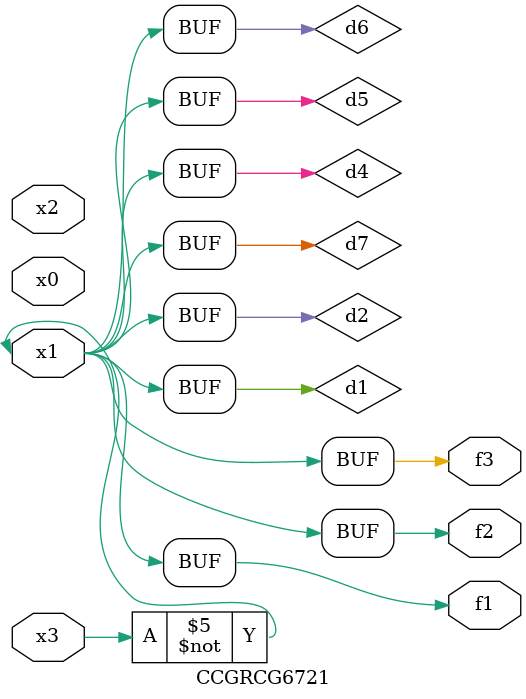
<source format=v>
module CCGRCG6721(
	input x0, x1, x2, x3,
	output f1, f2, f3
);

	wire d1, d2, d3, d4, d5, d6, d7;

	not (d1, x3);
	buf (d2, x1);
	xnor (d3, d1, d2);
	nor (d4, d1);
	buf (d5, d1, d2);
	buf (d6, d4, d5);
	nand (d7, d4);
	assign f1 = d6;
	assign f2 = d7;
	assign f3 = d6;
endmodule

</source>
